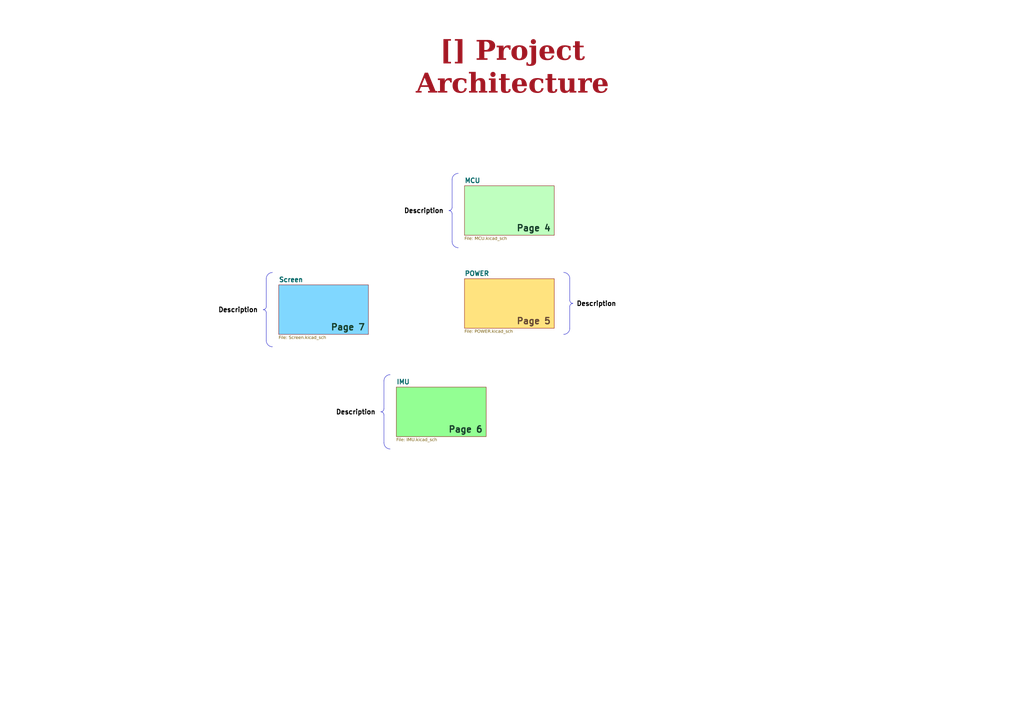
<source format=kicad_sch>
(kicad_sch
	(version 20250114)
	(generator "eeschema")
	(generator_version "9.0")
	(uuid "07236397-3ba4-47af-9809-3faac3a2aa49")
	(paper "A3")
	(title_block
		(title "Project Architecture")
		(date "2025-01-12")
		(rev "${REVISION}")
		(company "${COMPANY}")
	)
	(lib_symbols)
	(arc
		(start 111.76 142.24)
		(mid 109.9698 141.4902)
		(end 109.22 139.7)
		(stroke
			(width 0)
			(type default)
		)
		(fill
			(type none)
		)
		(uuid 06a5dc48-891a-4f30-8dce-526f0e5063f7)
	)
	(arc
		(start 185.42 85.09)
		(mid 185.0451 85.9851)
		(end 184.15 86.36)
		(stroke
			(width 0)
			(type default)
		)
		(fill
			(type none)
		)
		(uuid 13e3bc56-4a98-40ef-8c39-3b21620a792f)
	)
	(arc
		(start 234.97 124.44)
		(mid 234.0749 124.0651)
		(end 233.7 123.17)
		(stroke
			(width 0)
			(type default)
		)
		(fill
			(type none)
		)
		(uuid 19c30b2f-1391-4be0-8a5f-17a3226c0876)
	)
	(arc
		(start 109.22 125.73)
		(mid 108.8451 126.6251)
		(end 107.95 127)
		(stroke
			(width 0)
			(type default)
		)
		(fill
			(type none)
		)
		(uuid 2234548b-44aa-4614-af98-743474121630)
	)
	(arc
		(start 109.22 114.3)
		(mid 109.9639 112.5039)
		(end 111.76 111.76)
		(stroke
			(width 0)
			(type default)
		)
		(fill
			(type none)
		)
		(uuid 5021c5dd-d1a8-4e6f-b58e-db3968fa1ab7)
	)
	(arc
		(start 233.7 125.71)
		(mid 234.0749 124.8149)
		(end 234.97 124.44)
		(stroke
			(width 0)
			(type default)
		)
		(fill
			(type none)
		)
		(uuid 5b059745-d833-4f9d-9745-ec7a90904541)
	)
	(arc
		(start 233.7 134.6)
		(mid 232.9561 136.3961)
		(end 231.16 137.14)
		(stroke
			(width 0)
			(type default)
		)
		(fill
			(type none)
		)
		(uuid 62bb3cd5-23b6-4c8e-a8f2-a293aca5d83b)
	)
	(arc
		(start 184.15 86.36)
		(mid 185.0451 86.7349)
		(end 185.42 87.63)
		(stroke
			(width 0)
			(type default)
		)
		(fill
			(type none)
		)
		(uuid 787eda22-1bf9-4d1b-96b2-11995bb2af0f)
	)
	(arc
		(start 187.96 101.6)
		(mid 186.1698 100.8502)
		(end 185.42 99.06)
		(stroke
			(width 0)
			(type default)
		)
		(fill
			(type none)
		)
		(uuid 7c454724-851d-42c5-8823-df570c1fc5eb)
	)
	(arc
		(start 156.21 168.91)
		(mid 157.1051 169.2849)
		(end 157.48 170.18)
		(stroke
			(width 0)
			(type default)
		)
		(fill
			(type none)
		)
		(uuid 7c6fba6b-3575-4eb8-b895-78bfad234bf0)
	)
	(arc
		(start 231.16 111.74)
		(mid 232.9502 112.4898)
		(end 233.7 114.28)
		(stroke
			(width 0)
			(type default)
		)
		(fill
			(type none)
		)
		(uuid 94ad6bc3-4505-4c4a-89fc-83d0c51dd562)
	)
	(arc
		(start 157.48 156.21)
		(mid 158.2239 154.4139)
		(end 160.02 153.67)
		(stroke
			(width 0)
			(type default)
		)
		(fill
			(type none)
		)
		(uuid abf7e94c-f260-4b36-9807-ed8d159a5c8d)
	)
	(arc
		(start 107.95 127)
		(mid 108.8451 127.3749)
		(end 109.22 128.27)
		(stroke
			(width 0)
			(type default)
		)
		(fill
			(type none)
		)
		(uuid b27a5700-a248-4144-b7a8-034cbf931e60)
	)
	(arc
		(start 157.48 167.64)
		(mid 157.1051 168.5351)
		(end 156.21 168.91)
		(stroke
			(width 0)
			(type default)
		)
		(fill
			(type none)
		)
		(uuid d2a4aa91-2a66-473b-867c-b09f0b8a5848)
	)
	(arc
		(start 160.02 184.15)
		(mid 158.2298 183.4002)
		(end 157.48 181.61)
		(stroke
			(width 0)
			(type default)
		)
		(fill
			(type none)
		)
		(uuid e3c50c43-f440-43d2-853d-f9db5d903888)
	)
	(arc
		(start 185.42 73.66)
		(mid 186.1639 71.8639)
		(end 187.96 71.12)
		(stroke
			(width 0)
			(type default)
		)
		(fill
			(type none)
		)
		(uuid fda911f3-adb3-4abb-981f-a877a93c831b)
	)
	(text "Page 6"
		(exclude_from_sim no)
		(at 198.12 177.8 0)
		(effects
			(font
				(size 2.54 2.54)
				(bold yes)
				(color 20 60 40 1)
			)
			(justify right bottom)
			(href "#6")
		)
		(uuid "3161a8de-2e3a-40a0-ba90-b16066fcd508")
	)
	(text "Page 5"
		(exclude_from_sim no)
		(at 226.06 133.35 0)
		(effects
			(font
				(size 2.54 2.54)
				(bold yes)
				(color 100 70 50 1)
			)
			(justify right bottom)
			(href "#5")
		)
		(uuid "b60ecde0-2a85-4071-a728-47148cd80779")
	)
	(text "Page 4"
		(exclude_from_sim no)
		(at 226.06 95.25 0)
		(effects
			(font
				(size 2.54 2.54)
				(bold yes)
				(color 20 60 40 1)
			)
			(justify right bottom)
			(href "#4")
		)
		(uuid "f04f874a-d252-4474-87f2-c34bbb094a4c")
	)
	(text "Page 7"
		(exclude_from_sim no)
		(at 149.86 135.89 0)
		(effects
			(font
				(size 2.54 2.54)
				(bold yes)
				(color 20 60 40 1)
			)
			(justify right bottom)
			(href "#7")
		)
		(uuid "fba0053b-ce27-41ee-b782-c4ce29779fe7")
	)
	(text_box "Description"
		(exclude_from_sim no)
		(at 90.17 124.46 0)
		(size 17.145 5.08)
		(margins 1.4287 1.4287 1.4287 1.4287)
		(stroke
			(width -0.0001)
			(type default)
		)
		(fill
			(type none)
		)
		(effects
			(font
				(size 1.905 1.905)
				(thickness 0.381)
				(bold yes)
				(color 0 0 0 1)
			)
			(justify right top)
		)
		(uuid "031bdfb5-2d8a-4491-ba5b-af26c61ce2fe")
	)
	(text_box "Description"
		(exclude_from_sim no)
		(at 138.43 166.37 0)
		(size 17.145 5.08)
		(margins 1.4287 1.4287 1.4287 1.4287)
		(stroke
			(width -0.0001)
			(type default)
		)
		(fill
			(type none)
		)
		(effects
			(font
				(size 1.905 1.905)
				(thickness 0.381)
				(bold yes)
				(color 0 0 0 1)
			)
			(justify right top)
		)
		(uuid "65624dbf-d031-417b-8497-662536fe4de7")
	)
	(text_box "Description"
		(exclude_from_sim no)
		(at 166.37 83.82 0)
		(size 17.145 5.08)
		(margins 1.4287 1.4287 1.4287 1.4287)
		(stroke
			(width -0.0001)
			(type default)
		)
		(fill
			(type none)
		)
		(effects
			(font
				(size 1.905 1.905)
				(thickness 0.381)
				(bold yes)
				(color 0 0 0 1)
			)
			(justify right top)
		)
		(uuid "971f0c48-6726-412d-badf-cee82cbffedd")
	)
	(text_box "Description"
		(exclude_from_sim no)
		(at 234.95 121.92 0)
		(size 26.015 5.1)
		(margins 1.4287 1.4287 1.4287 1.4287)
		(stroke
			(width -0.0001)
			(type default)
		)
		(fill
			(type none)
		)
		(effects
			(font
				(size 1.905 1.905)
				(thickness 0.381)
				(bold yes)
				(color 0 0 0 1)
			)
			(justify left top)
		)
		(uuid "97bb5e92-ab26-4907-9b80-08d49465fc86")
	)
	(text_box "[${#}] ${TITLE}"
		(exclude_from_sim no)
		(at 144.78 21.59 0)
		(size 130.81 12.7)
		(margins 5.9999 5.9999 5.9999 5.9999)
		(stroke
			(width -0.0001)
			(type default)
		)
		(fill
			(type none)
		)
		(effects
			(font
				(face "Times New Roman")
				(size 8 8)
				(thickness 1.2)
				(bold yes)
				(color 162 22 34 1)
			)
		)
		(uuid "f4789478-c68e-4cee-9edd-5d11b744f94d")
	)
	(polyline
		(pts
			(xy 109.22 128.27) (xy 109.22 139.7)
		)
		(stroke
			(width 0)
			(type default)
		)
		(uuid "5a7655f3-ea97-4754-b152-61bbbcf71758")
	)
	(polyline
		(pts
			(xy 185.42 87.63) (xy 185.42 99.06)
		)
		(stroke
			(width 0)
			(type default)
		)
		(uuid "8b678fb1-fee7-4461-95f7-7f383f478fdc")
	)
	(polyline
		(pts
			(xy 233.68 125.73) (xy 233.68 134.62)
		)
		(stroke
			(width 0)
			(type default)
		)
		(uuid "8c7de816-3d34-497f-b0c8-22f80559d2d8")
	)
	(polyline
		(pts
			(xy 185.42 85.09) (xy 185.42 73.66)
		)
		(stroke
			(width 0)
			(type default)
		)
		(uuid "903e49b2-1b5d-4317-a33b-adfda1594a88")
	)
	(polyline
		(pts
			(xy 233.68 114.3) (xy 233.68 123.19)
		)
		(stroke
			(width 0)
			(type default)
		)
		(uuid "9543d363-0f36-4c41-97bc-b97723f48818")
	)
	(polyline
		(pts
			(xy 157.48 170.18) (xy 157.48 181.61)
		)
		(stroke
			(width 0)
			(type default)
		)
		(uuid "9965b629-40f5-49b7-89bc-d04c14818b7d")
	)
	(polyline
		(pts
			(xy 109.22 125.73) (xy 109.22 114.3)
		)
		(stroke
			(width 0)
			(type default)
		)
		(uuid "c29b51c2-d6fe-47a4-8b99-d05c433ba079")
	)
	(polyline
		(pts
			(xy 157.48 167.64) (xy 157.48 156.21)
		)
		(stroke
			(width 0)
			(type default)
		)
		(uuid "da9d3637-d851-4bae-bbc9-c7a364515de0")
	)
	(sheet
		(at 114.3 116.84)
		(size 36.83 20.32)
		(exclude_from_sim no)
		(in_bom yes)
		(on_board yes)
		(dnp no)
		(fields_autoplaced yes)
		(stroke
			(width 0.1524)
			(type solid)
		)
		(fill
			(color 3 176 255 0.5000)
		)
		(uuid "470662da-f54d-4954-b386-e35de6bdb852")
		(property "Sheetname" "Screen"
			(at 114.3 115.8109 0)
			(effects
				(font
					(size 1.905 1.905)
					(bold yes)
				)
				(justify left bottom)
			)
		)
		(property "Sheetfile" "Screen.kicad_sch"
			(at 114.3 137.7446 0)
			(effects
				(font
					(face "Arial")
					(size 1.27 1.27)
				)
				(justify left top)
			)
		)
		(instances
			(project "OpenTamagochiHardware"
				(path "/f9e05184-c88b-4a88-ae9c-ab2bdb32be7c/c5103ceb-5325-4a84-a025-9638a412984e"
					(page "7")
				)
			)
		)
	)
	(sheet
		(at 162.56 158.75)
		(size 36.83 20.32)
		(exclude_from_sim no)
		(in_bom yes)
		(on_board yes)
		(dnp no)
		(fields_autoplaced yes)
		(stroke
			(width 0.1524)
			(type solid)
		)
		(fill
			(color 41 255 40 0.5000)
		)
		(uuid "c0cd3451-b721-4d30-90d1-58d685accea6")
		(property "Sheetname" "IMU"
			(at 162.56 157.7209 0)
			(effects
				(font
					(size 1.905 1.905)
					(bold yes)
				)
				(justify left bottom)
			)
		)
		(property "Sheetfile" "IMU.kicad_sch"
			(at 162.56 179.6546 0)
			(effects
				(font
					(face "Arial")
					(size 1.27 1.27)
				)
				(justify left top)
			)
		)
		(instances
			(project "OpenTamagochiHardware"
				(path "/f9e05184-c88b-4a88-ae9c-ab2bdb32be7c/c5103ceb-5325-4a84-a025-9638a412984e"
					(page "6")
				)
			)
		)
	)
	(sheet
		(at 190.5 114.3)
		(size 36.83 20.32)
		(exclude_from_sim no)
		(in_bom yes)
		(on_board yes)
		(dnp no)
		(fields_autoplaced yes)
		(stroke
			(width 0.1524)
			(type solid)
		)
		(fill
			(color 255 200 0 0.5020)
		)
		(uuid "e744f3ce-03a6-44a6-8792-1447ef232b9a")
		(property "Sheetname" "POWER"
			(at 190.5 113.2709 0)
			(effects
				(font
					(size 1.905 1.905)
					(bold yes)
				)
				(justify left bottom)
			)
		)
		(property "Sheetfile" "POWER.kicad_sch"
			(at 190.5 135.2046 0)
			(effects
				(font
					(face "Arial")
					(size 1.27 1.27)
				)
				(justify left top)
			)
		)
		(instances
			(project "OpenTamagochiHardware"
				(path "/f9e05184-c88b-4a88-ae9c-ab2bdb32be7c/c5103ceb-5325-4a84-a025-9638a412984e"
					(page "5")
				)
			)
		)
	)
	(sheet
		(at 190.5 76.2)
		(size 36.83 20.32)
		(exclude_from_sim no)
		(in_bom yes)
		(on_board yes)
		(dnp no)
		(fields_autoplaced yes)
		(stroke
			(width 0.1524)
			(type solid)
		)
		(fill
			(color 128 255 128 0.5000)
		)
		(uuid "f06537ee-772d-44d3-8c50-e0ba41038c9c")
		(property "Sheetname" "MCU"
			(at 190.5 75.1709 0)
			(effects
				(font
					(size 1.905 1.905)
					(bold yes)
				)
				(justify left bottom)
			)
		)
		(property "Sheetfile" "MCU.kicad_sch"
			(at 190.5 97.1046 0)
			(effects
				(font
					(face "Arial")
					(size 1.27 1.27)
				)
				(justify left top)
			)
		)
		(instances
			(project "OpenTamagochiHardware"
				(path "/f9e05184-c88b-4a88-ae9c-ab2bdb32be7c/c5103ceb-5325-4a84-a025-9638a412984e"
					(page "4")
				)
			)
		)
	)
)

</source>
